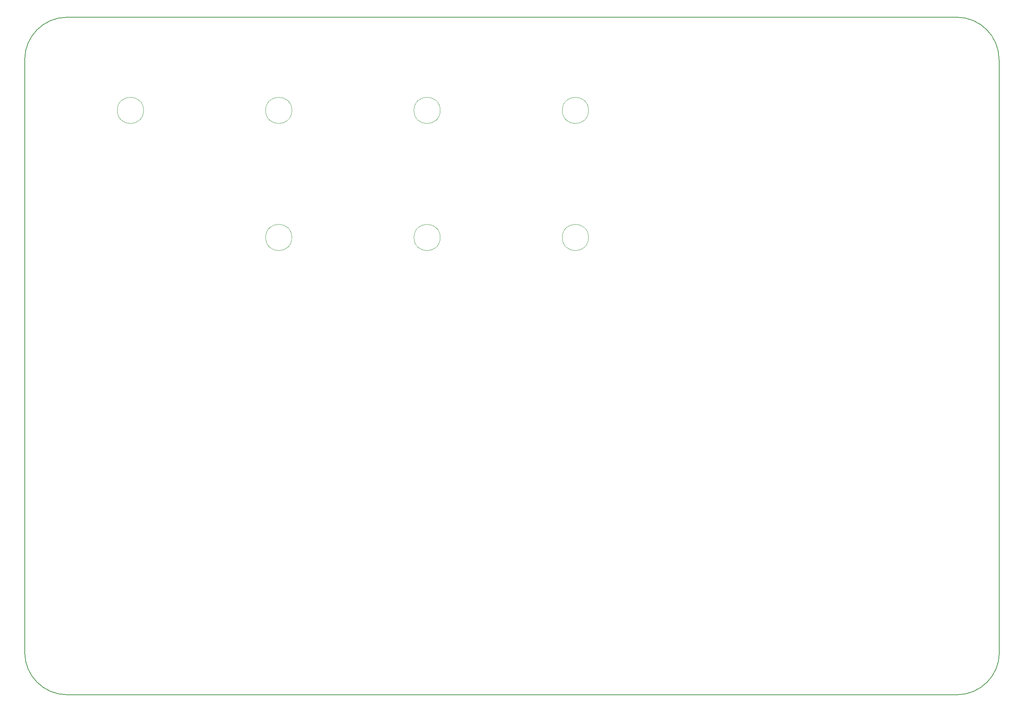
<source format=gbr>
%TF.GenerationSoftware,KiCad,Pcbnew,(6.0.10-0)*%
%TF.CreationDate,2023-01-28T16:50:53+01:00*%
%TF.ProjectId,LivSynth_Hardware,4c697653-796e-4746-985f-486172647761,0v2*%
%TF.SameCoordinates,Original*%
%TF.FileFunction,Profile,NP*%
%FSLAX46Y46*%
G04 Gerber Fmt 4.6, Leading zero omitted, Abs format (unit mm)*
G04 Created by KiCad (PCBNEW (6.0.10-0)) date 2023-01-28 16:50:53*
%MOMM*%
%LPD*%
G01*
G04 APERTURE LIST*
%TA.AperFunction,Profile*%
%ADD10C,0.150000*%
%TD*%
%TA.AperFunction,Profile*%
%ADD11C,0.100000*%
%TD*%
G04 APERTURE END LIST*
D10*
X309928932Y-78000000D02*
X310000000Y-217928932D01*
X79999968Y-217928932D02*
G75*
G03*
X90000000Y-227928932I10000032J32D01*
G01*
X90000000Y-68015000D02*
X299928932Y-68000000D01*
X300000000Y-227928900D02*
G75*
G03*
X310000000Y-217928932I0J10000000D01*
G01*
X80000000Y-217928932D02*
X80000000Y-78015000D01*
X90000000Y-227928932D02*
X300000000Y-227928932D01*
X90000000Y-68015000D02*
G75*
G03*
X80000000Y-78015000I0J-10000000D01*
G01*
X309928900Y-78000000D02*
G75*
G03*
X299928932Y-68000000I-10000000J0D01*
G01*
D11*
%TO.C,RV5*%
X213049200Y-90000000D02*
G75*
G03*
X213049200Y-90000000I-3100000J0D01*
G01*
%TO.C,RV4*%
X178049200Y-90000000D02*
G75*
G03*
X178049200Y-90000000I-3100000J0D01*
G01*
%TO.C,RV7*%
X143049200Y-120000000D02*
G75*
G03*
X143049200Y-120000000I-3100000J0D01*
G01*
%TO.C,RV8*%
X178049200Y-120000000D02*
G75*
G03*
X178049200Y-120000000I-3100000J0D01*
G01*
%TO.C,RV1*%
X108049200Y-90000000D02*
G75*
G03*
X108049200Y-90000000I-3100000J0D01*
G01*
%TO.C,RV3*%
X143049200Y-90000000D02*
G75*
G03*
X143049200Y-90000000I-3100000J0D01*
G01*
%TO.C,RV9*%
X213049200Y-120000000D02*
G75*
G03*
X213049200Y-120000000I-3100000J0D01*
G01*
%TD*%
M02*

</source>
